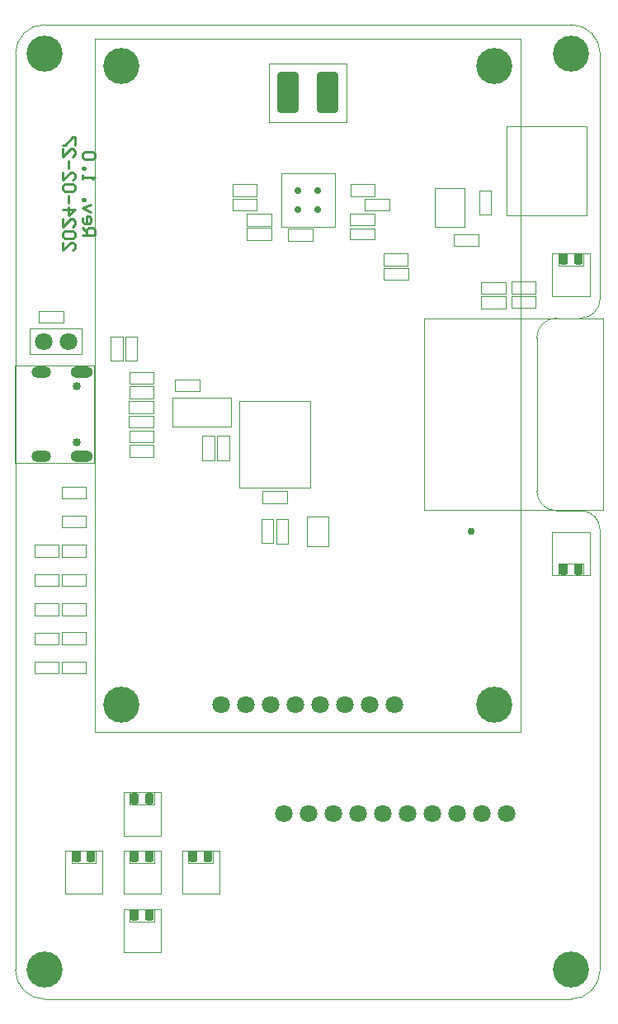
<source format=gbs>
G04*
G04 #@! TF.GenerationSoftware,Altium Limited,Altium Designer,22.10.1 (41)*
G04*
G04 Layer_Color=16711935*
%FSLAX44Y44*%
%MOMM*%
G71*
G04*
G04 #@! TF.SameCoordinates,9034F27D-8993-4B38-BF2F-AE75C4F05548*
G04*
G04*
G04 #@! TF.FilePolarity,Negative*
G04*
G01*
G75*
%ADD11C,0.1000*%
G04:AMPARAMS|DCode=30|XSize=0.9032mm|YSize=1.1032mm|CornerRadius=0.1891mm|HoleSize=0mm|Usage=FLASHONLY|Rotation=0.000|XOffset=0mm|YOffset=0mm|HoleType=Round|Shape=RoundedRectangle|*
%AMROUNDEDRECTD30*
21,1,0.9032,0.7250,0,0,0.0*
21,1,0.5250,1.1032,0,0,0.0*
1,1,0.3782,0.2625,-0.3625*
1,1,0.3782,-0.2625,-0.3625*
1,1,0.3782,-0.2625,0.3625*
1,1,0.3782,0.2625,0.3625*
%
%ADD30ROUNDEDRECTD30*%
%ADD47C,3.7032*%
%ADD48C,1.8032*%
%ADD49O,2.0032X1.2032*%
%ADD50O,2.3032X1.2032*%
%ADD51C,0.8532*%
%ADD52C,0.7532*%
%ADD53C,0.7032*%
%ADD54C,0.2500*%
G04:AMPARAMS|DCode=67|XSize=2.2032mm|YSize=4.2032mm|CornerRadius=0.3516mm|HoleSize=0mm|Usage=FLASHONLY|Rotation=0.000|XOffset=0mm|YOffset=0mm|HoleType=Round|Shape=RoundedRectangle|*
%AMROUNDEDRECTD67*
21,1,2.2032,3.5000,0,0,0.0*
21,1,1.5000,4.2032,0,0,0.0*
1,1,0.7032,0.7500,-1.7500*
1,1,0.7032,-0.7500,-1.7500*
1,1,0.7032,-0.7500,1.7500*
1,1,0.7032,0.7500,1.7500*
%
%ADD67ROUNDEDRECTD67*%
D11*
X535000Y521250D02*
G03*
X555000Y501250I20000J0D01*
G01*
X555000Y698750D02*
G03*
X535000Y678750I0J-20000D01*
G01*
X600000Y481250D02*
G03*
X580000Y501250I-20000J0D01*
G01*
X580000Y698750D02*
G03*
X600000Y718750I0J20000D01*
G01*
X600000Y970000D02*
G03*
X570000Y1000000I-30000J0D01*
G01*
Y0D02*
G03*
X600000Y30000I0J30000D01*
G01*
X30000Y1000000D02*
G03*
X0Y970000I0J-30000D01*
G01*
Y30000D02*
G03*
X30000Y0I30000J0D01*
G01*
X535000Y521250D02*
Y678750D01*
X535000D01*
X555000Y501250D02*
X580000D01*
X555000Y698750D02*
X580000D01*
X600000Y30000D02*
Y481250D01*
X600000D01*
X600000Y718750D02*
Y970000D01*
X0Y30000D02*
Y970000D01*
X30000Y0D02*
X570000D01*
X30000Y1000000D02*
X570000D01*
X47373Y513872D02*
X72500D01*
X47373Y526001D02*
X72500D01*
Y513872D02*
Y526001D01*
X47373Y513872D02*
Y526001D01*
X19310Y453809D02*
Y466001D01*
X44500Y453809D02*
Y466001D01*
X19310D02*
X44500D01*
X19310Y453809D02*
X44500D01*
X19310Y423809D02*
Y436001D01*
X44500Y423809D02*
Y436001D01*
X19310D02*
X44500D01*
X19310Y423809D02*
X44500D01*
X19310Y393809D02*
Y406001D01*
X44500Y393809D02*
Y406001D01*
X19310D02*
X44500D01*
X19310Y393809D02*
X44500D01*
X44691Y333999D02*
Y346191D01*
X19500Y333999D02*
Y346191D01*
Y333999D02*
X44691D01*
X19500Y346191D02*
X44691D01*
Y363999D02*
Y376191D01*
X19500Y363999D02*
Y376191D01*
Y363999D02*
X44691D01*
X19500Y376191D02*
X44691D01*
X419310Y698316D02*
X603000D01*
X419310Y501875D02*
X603000D01*
Y698316D01*
X419310Y501875D02*
Y698316D01*
X488128Y804873D02*
Y830000D01*
X475999Y804873D02*
Y830000D01*
X488128D01*
X475999Y804873D02*
X488128D01*
X343400Y806128D02*
X368527D01*
X343400Y793999D02*
X368527D01*
X343400D02*
Y806128D01*
X368527Y793999D02*
Y806128D01*
X343400Y779500D02*
X368400D01*
X343400Y790500D02*
X368400D01*
Y779500D02*
Y790500D01*
X343400Y779500D02*
Y790500D01*
X378191Y750223D02*
X403127D01*
X378191Y737999D02*
X403127D01*
X378191D02*
Y750223D01*
X403127Y737999D02*
Y750223D01*
X237691Y791223D02*
X262627D01*
X237691Y778999D02*
X262627D01*
X237691D02*
Y791223D01*
X262627Y778999D02*
Y791223D01*
X47373Y453777D02*
Y466001D01*
X72309Y453777D02*
Y466001D01*
X47373D02*
X72309D01*
X47373Y453777D02*
X72309D01*
X47373Y393777D02*
Y406001D01*
X72309Y393777D02*
Y406001D01*
X47373D02*
X72309D01*
X47373Y393777D02*
X72309D01*
X327500Y792500D02*
Y847500D01*
X272500Y792500D02*
Y847500D01*
Y792500D02*
X327500D01*
X272500Y847500D02*
X327500D01*
X260000Y900000D02*
Y960000D01*
X340000Y900000D02*
Y960000D01*
X260000Y900000D02*
X340000D01*
X260000Y960000D02*
X340000D01*
X81500Y274500D02*
X518500D01*
X81500Y985500D02*
X518500D01*
X81500Y274500D02*
Y985500D01*
X518500Y274500D02*
Y985500D01*
X47373Y483777D02*
Y496001D01*
X72309Y483777D02*
Y496001D01*
X47373D02*
X72309D01*
X47373Y483777D02*
X72309D01*
X582627Y434872D02*
Y447001D01*
X557500Y434872D02*
Y447001D01*
X582627D01*
X557500Y434872D02*
X582627D01*
Y752872D02*
Y765001D01*
X557500Y752872D02*
Y765001D01*
X582627D01*
X557500Y752872D02*
X582627D01*
X229750Y525095D02*
X302500D01*
X229750Y614095D02*
X302500D01*
X229750Y525095D02*
Y614095D01*
X302500Y525095D02*
Y614095D01*
X189127Y623999D02*
Y636128D01*
X164000Y623999D02*
Y636128D01*
Y623999D02*
X189127D01*
X164000Y636128D02*
X189127D01*
X299000Y464500D02*
Y495500D01*
X321000Y464500D02*
Y495500D01*
X299000D02*
X321000D01*
X299000Y464500D02*
X321000D01*
X97999Y655000D02*
X110000D01*
X97999Y680000D02*
X110000D01*
X97999Y655000D02*
Y680000D01*
X110000Y655000D02*
Y680000D01*
X279873Y778372D02*
Y790501D01*
X305000Y778372D02*
Y790501D01*
X279873D02*
X305000D01*
X279873Y778372D02*
X305000D01*
X262627Y793499D02*
Y805628D01*
X237500Y793499D02*
Y805628D01*
Y793499D02*
X262627D01*
X237500Y805628D02*
X262627D01*
X449873Y772622D02*
Y784751D01*
X475000Y772622D02*
Y784751D01*
X449873D02*
X475000D01*
X449873Y772622D02*
X475000D01*
X82627Y139872D02*
Y152001D01*
X57500Y139872D02*
Y152001D01*
X82627D01*
X57500Y139872D02*
X82627D01*
X202627D02*
Y152001D01*
X177500Y139872D02*
Y152001D01*
X202627D01*
X177500Y139872D02*
X202627D01*
X142627D02*
Y152001D01*
X117500Y139872D02*
Y152001D01*
X142627D01*
X117500Y139872D02*
X142627D01*
Y199872D02*
Y212001D01*
X117500Y199872D02*
Y212001D01*
X142627D01*
X117500Y199872D02*
X142627D01*
Y79872D02*
Y92001D01*
X117500Y79872D02*
Y92001D01*
X142627D01*
X117500Y79872D02*
X142627D01*
X206999Y552643D02*
X219128D01*
X206999Y577770D02*
X219128D01*
X206999Y552643D02*
Y577770D01*
X219128Y552643D02*
Y577770D01*
X191999Y552643D02*
X204128D01*
X191999Y577770D02*
X204128D01*
X191999Y552643D02*
Y577770D01*
X204128Y552643D02*
Y577770D01*
X533927Y723999D02*
Y736128D01*
X508800Y723999D02*
Y736128D01*
Y723999D02*
X533927D01*
X508800Y736128D02*
X533927D01*
Y708999D02*
Y721128D01*
X508800Y708999D02*
Y721128D01*
Y708999D02*
X533927D01*
X508800Y721128D02*
X533927D01*
X477973Y708872D02*
Y721001D01*
X503100Y708872D02*
Y721001D01*
X477973D02*
X503100D01*
X477973Y708872D02*
X503100D01*
X141877Y571499D02*
Y583628D01*
X116750Y571499D02*
Y583628D01*
Y571499D02*
X141877D01*
X116750Y583628D02*
X141877D01*
Y616499D02*
Y628628D01*
X116750Y616499D02*
Y628628D01*
Y616499D02*
X141877D01*
X116750Y628628D02*
X141877D01*
X253623Y508872D02*
Y521001D01*
X278750Y508872D02*
Y521001D01*
X253623D02*
X278750D01*
X253623Y508872D02*
X278750D01*
X112872Y680127D02*
X125001D01*
X112872Y655000D02*
X125001D01*
Y680127D01*
X112872Y655000D02*
Y680127D01*
X430309Y832190D02*
X460500D01*
X430309Y792000D02*
X460500D01*
Y832190D01*
X430309Y792000D02*
Y832190D01*
X368527Y823999D02*
Y836223D01*
X343591Y823999D02*
Y836223D01*
Y823999D02*
X368527D01*
X343591Y836223D02*
X368527D01*
X247627Y808999D02*
Y821223D01*
X222691Y808999D02*
Y821223D01*
Y808999D02*
X247627D01*
X222691Y821223D02*
X247627D01*
X383527Y808999D02*
Y821223D01*
X358591Y808999D02*
Y821223D01*
Y808999D02*
X383527D01*
X358591Y821223D02*
X383527D01*
X247627Y823999D02*
Y836223D01*
X222691Y823999D02*
Y836223D01*
Y823999D02*
X247627D01*
X222691Y836223D02*
X247627D01*
X377873Y752777D02*
Y765001D01*
X402809Y752777D02*
Y765001D01*
X377873D02*
X402809D01*
X377873Y752777D02*
X402809D01*
X477973Y723777D02*
Y736001D01*
X502910Y723777D02*
Y736001D01*
X477973D02*
X502910D01*
X477973Y723777D02*
X502910D01*
X72627Y333999D02*
Y346223D01*
X47691Y333999D02*
Y346223D01*
Y333999D02*
X72627D01*
X47691Y346223D02*
X72627D01*
X116623Y586277D02*
Y598501D01*
X141559Y586277D02*
Y598501D01*
X116623D02*
X141559D01*
X116623Y586277D02*
X141559D01*
X116623Y601277D02*
Y613501D01*
X141559Y601277D02*
Y613501D01*
X116623D02*
X141559D01*
X116623Y601277D02*
X141559D01*
X141877Y556499D02*
Y568723D01*
X116941Y556499D02*
Y568723D01*
Y556499D02*
X141877D01*
X116941Y568723D02*
X141877D01*
X141627Y631499D02*
Y643723D01*
X116691Y631499D02*
Y643723D01*
Y631499D02*
X141627D01*
X116691Y643723D02*
X141627D01*
X24173Y693777D02*
Y706001D01*
X49110Y693777D02*
Y706001D01*
X24173D02*
X49110D01*
X24173Y693777D02*
X49110D01*
X72627Y363999D02*
Y376223D01*
X47691Y363999D02*
Y376223D01*
Y363999D02*
X72627D01*
X47691Y376223D02*
X72627D01*
X47373Y423777D02*
Y436001D01*
X72309Y423777D02*
Y436001D01*
X47373D02*
X72309D01*
X47373Y423777D02*
X72309D01*
X252527Y492627D02*
X264751D01*
X252527Y467691D02*
X264751D01*
Y492627D01*
X252527Y467691D02*
Y492627D01*
X267749Y467373D02*
X279973D01*
X267749Y492309D02*
X279973D01*
X267749Y467373D02*
Y492309D01*
X279973Y467373D02*
Y492309D01*
X-225Y650127D02*
X80775D01*
X-225Y550000D02*
X80775D01*
Y650127D01*
X-225Y550000D02*
Y650127D01*
X504000Y804000D02*
X586000D01*
X504000Y896000D02*
X586000D01*
X504000Y804000D02*
Y896000D01*
X586000Y804000D02*
Y896000D01*
X161000Y617500D02*
X221000D01*
X161000Y587500D02*
X221000D01*
Y617500D01*
X161000Y587500D02*
Y617500D01*
X551000Y720873D02*
X589127D01*
X551000Y765000D02*
X589127D01*
X551000Y720873D02*
Y765000D01*
X589127Y720873D02*
Y765000D01*
X551000Y434873D02*
X589127D01*
X551000Y479000D02*
X589127D01*
X551000Y434873D02*
Y479000D01*
X589127Y434873D02*
Y479000D01*
X51000Y107873D02*
X89127D01*
X51000Y152000D02*
X89127D01*
X51000Y107873D02*
Y152000D01*
X89127Y107873D02*
Y152000D01*
X171000Y107873D02*
X209127D01*
X171000Y152000D02*
X209127D01*
X171000Y107873D02*
Y152000D01*
X209127Y107873D02*
Y152000D01*
X111000Y107873D02*
X149127D01*
X111000Y152000D02*
X149127D01*
X111000Y107873D02*
Y152000D01*
X149127Y107873D02*
Y152000D01*
X111000Y167873D02*
X149127D01*
X111000Y212000D02*
X149127D01*
X111000Y167873D02*
Y212000D01*
X149127Y167873D02*
Y212000D01*
X111000Y47873D02*
X149127D01*
X111000Y92000D02*
X149127D01*
X111000Y47873D02*
Y92000D01*
X149127Y47873D02*
Y92000D01*
X14750Y688250D02*
X68375D01*
X14750Y661750D02*
X68375D01*
Y688250D01*
X14750Y661750D02*
Y688250D01*
D30*
X562500Y441000D02*
D03*
X577500D02*
D03*
X562500Y759000D02*
D03*
X577500D02*
D03*
X62500Y146000D02*
D03*
X77500D02*
D03*
X182500D02*
D03*
X197500D02*
D03*
X122500D02*
D03*
X137500D02*
D03*
X122500Y206000D02*
D03*
X137500D02*
D03*
X122500Y86000D02*
D03*
X137500D02*
D03*
D47*
X30000Y970000D02*
D03*
X570000D02*
D03*
X30000Y30000D02*
D03*
X570000D02*
D03*
X108500Y957500D02*
D03*
X491500D02*
D03*
Y302500D02*
D03*
X108500D02*
D03*
D48*
X261900D02*
D03*
X287300D02*
D03*
X236500D02*
D03*
X388900D02*
D03*
X312700D02*
D03*
X211100D02*
D03*
X363500D02*
D03*
X338100D02*
D03*
X275200Y190000D02*
D03*
X300600D02*
D03*
X326000D02*
D03*
X351400D02*
D03*
X376800D02*
D03*
X402200D02*
D03*
X427600D02*
D03*
X453000D02*
D03*
X478400D02*
D03*
X503800D02*
D03*
X29300Y675000D02*
D03*
X54700D02*
D03*
D49*
X26225Y643200D02*
D03*
Y556800D02*
D03*
D50*
X68025D02*
D03*
Y643200D02*
D03*
D51*
X63025Y628900D02*
D03*
Y571100D02*
D03*
D52*
X467750Y480000D02*
D03*
D53*
X310000Y810000D02*
D03*
X290000D02*
D03*
X310000Y830000D02*
D03*
X290000D02*
D03*
D54*
X69200Y783514D02*
X81196D01*
Y789512D01*
X79196Y791511D01*
X75198D01*
X73198Y789512D01*
Y783514D01*
Y787513D02*
X69200Y791511D01*
Y801508D02*
Y797509D01*
X71199Y795510D01*
X75198D01*
X77197Y797509D01*
Y801508D01*
X75198Y803508D01*
X73198D01*
Y795510D01*
X77197Y807506D02*
X69200Y811505D01*
X77197Y815504D01*
X69200Y819502D02*
X71199D01*
Y821502D01*
X69200D01*
Y819502D01*
Y841495D02*
Y845494D01*
Y843495D01*
X81196D01*
X79196Y841495D01*
X69200Y851492D02*
X71199D01*
Y853491D01*
X69200D01*
Y851492D01*
X79196Y861489D02*
X81196Y863488D01*
Y867487D01*
X79196Y869486D01*
X71199D01*
X69200Y867487D01*
Y863488D01*
X71199Y861489D01*
X79196D01*
X48804Y776516D02*
Y768519D01*
X56802Y776516D01*
X58801D01*
X60800Y774517D01*
Y770518D01*
X58801Y768519D01*
Y780515D02*
X60800Y782514D01*
Y786513D01*
X58801Y788512D01*
X50804D01*
X48804Y786513D01*
Y782514D01*
X50804Y780515D01*
X58801D01*
X48804Y800508D02*
Y792511D01*
X56802Y800508D01*
X58801D01*
X60800Y798509D01*
Y794510D01*
X58801Y792511D01*
X48804Y810505D02*
X60800D01*
X54802Y804507D01*
Y812505D01*
Y816503D02*
Y824501D01*
X58801Y828499D02*
X60800Y830499D01*
Y834498D01*
X58801Y836497D01*
X50804D01*
X48804Y834498D01*
Y830499D01*
X50804Y828499D01*
X58801D01*
X48804Y848493D02*
Y840496D01*
X56802Y848493D01*
X58801D01*
X60800Y846494D01*
Y842495D01*
X58801Y840496D01*
X54802Y852492D02*
Y860489D01*
X48804Y872485D02*
Y864488D01*
X56802Y872485D01*
X58801D01*
X60800Y870486D01*
Y866487D01*
X58801Y864488D01*
X60800Y876484D02*
Y884481D01*
X58801D01*
X50804Y876484D01*
X48804D01*
D67*
X280000Y930000D02*
D03*
X320000D02*
D03*
M02*

</source>
